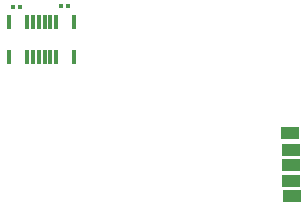
<source format=gbr>
%TF.GenerationSoftware,Altium Limited,Altium Designer,23.10.1 (27)*%
G04 Layer_Color=128*
%FSLAX45Y45*%
%MOMM*%
%TF.SameCoordinates,C732C167-A78C-4608-B65C-7F4C8643914A*%
%TF.FilePolarity,Positive*%
%TF.FileFunction,Paste,Bot*%
%TF.Part,Single*%
G01*
G75*
%TA.AperFunction,SMDPad,CuDef*%
%ADD15R,0.30000X0.30000*%
%ADD27R,0.30000X1.15000*%
%ADD28R,1.60000X1.10000*%
D15*
X27707700Y3604500D02*
D03*
X27647699D02*
D03*
X28057700Y3614500D02*
D03*
X28117700D02*
D03*
D27*
X27617700Y3184500D02*
D03*
Y3481500D02*
D03*
X27767700Y3184500D02*
D03*
X27817700D02*
D03*
X27867700D02*
D03*
X27917700D02*
D03*
X27967700D02*
D03*
X28017700D02*
D03*
X28167700D02*
D03*
X27767700Y3481500D02*
D03*
X27817700D02*
D03*
X27867700D02*
D03*
X27917700D02*
D03*
X27967700D02*
D03*
X28017700D02*
D03*
X28167700D02*
D03*
D28*
X29995001Y2540000D02*
D03*
X30011600Y2012200D02*
D03*
X30007700Y2135200D02*
D03*
X30002802Y2398600D02*
D03*
X30006699Y2272700D02*
D03*
%TF.MD5,2821ed9ad783b51b22b50103e508a6d5*%
M02*

</source>
